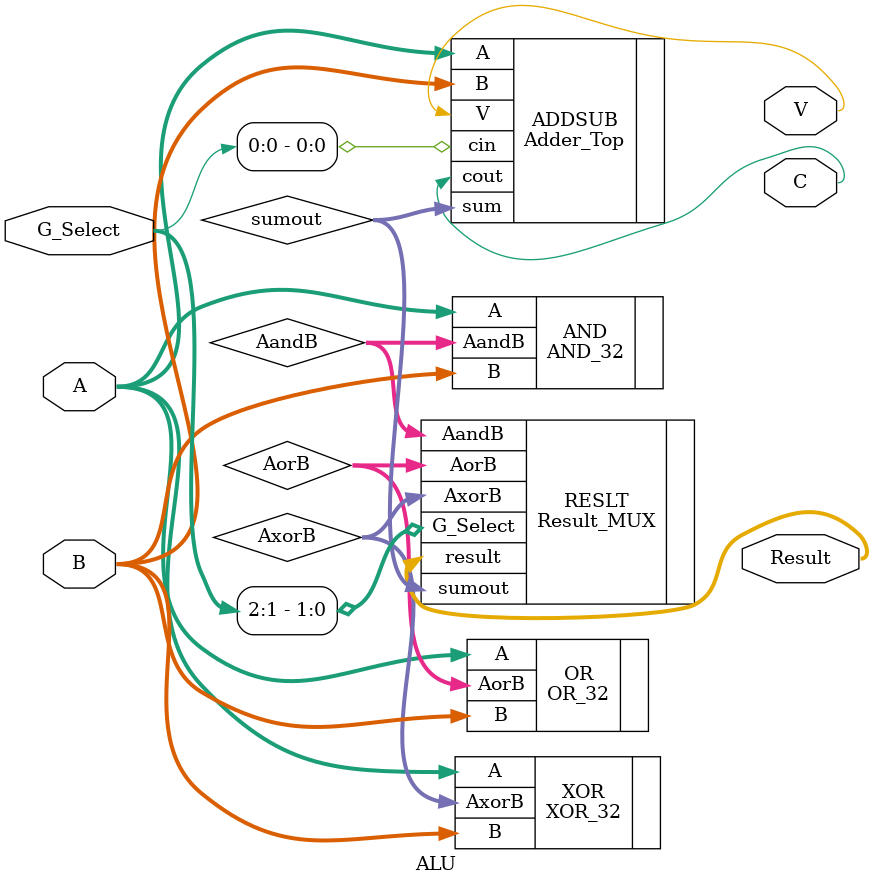
<source format=v>
`timescale 1ns / 1ps

module ALU(

    input       [2:0]       G_Select,
    input       [31:0]      A,
    input       [31:0]      B,
    
    
    output                  V,
    output                  C,
    output      [31:0]      Result

    );
    


wire [31:0] sumout;
wire [31:0] AxorB;
wire [31:0] AorB;
wire [31:0] AandB;

wire addsub_cout;

// Add - Sub Module by using CSLA
Adder_Top             ADDSUB    (   .A              ( A                 ),
                                    .B              ( B                 ),
                                    .cin            ( G_Select[0]       ),          // G_select[0] = cin
                                    .sum            ( sumout            ),
                                    .cout           ( C                 ),
                                    .V              ( V                 ));
                                    


//  XOR_32
XOR_32          XOR         (   .A      ( A         ),
                                .B      ( B         ),
                                .AxorB  ( AxorB     ));



//  AND_32
AND_32          AND         (   .A      ( A         ),
                                .B      ( B         ),
                                .AandB  ( AandB     ));


//  OR_32
OR_32          OR           (   .A      ( A         ),
                                .B      ( B         ),
                                .AorB   ( AorB     ));




// RESULT_MUX

Result_MUX      RESLT       (   .G_Select   ( G_Select[2:1]     ),
                                .sumout     ( sumout            ),
                                .AxorB      ( AxorB             ),
                                .AorB       ( AorB              ),
                                .AandB      ( AandB             ),
                                .result     ( Result            ) 
                                );

endmodule

</source>
